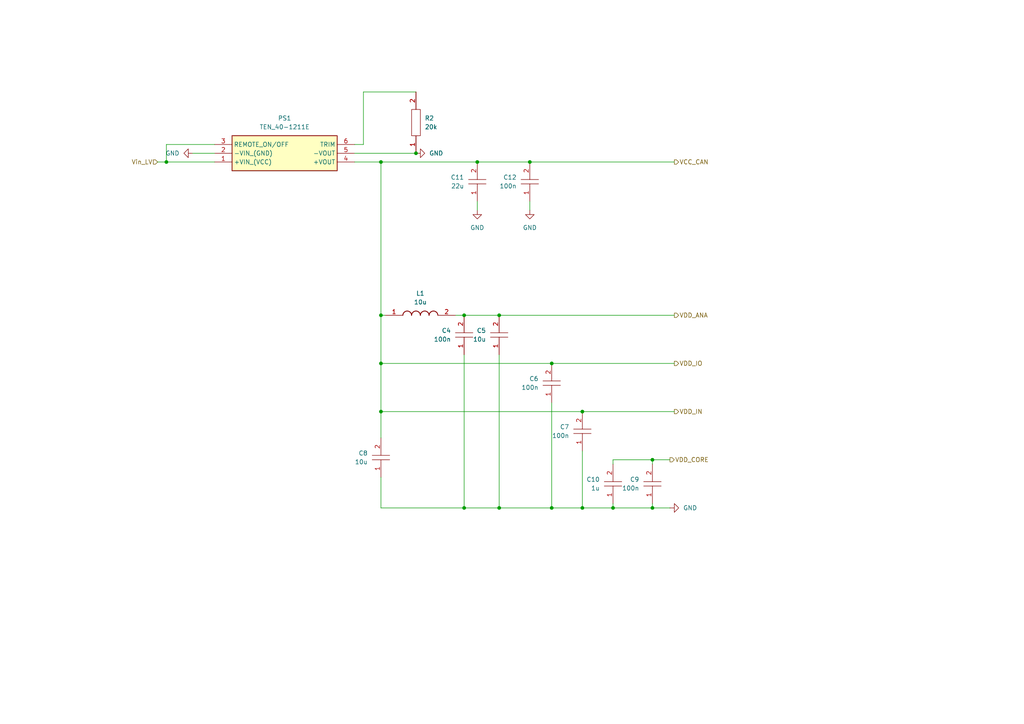
<source format=kicad_sch>
(kicad_sch (version 20231120) (generator "eeschema") (generator_version "8.0")
  (paper "A4")
  (lib_symbols
    (symbol "EPSA_lib:Bobine 7447709102" (pin_names hide)
      (property "Reference" "L" (at 16.51 6.35 0))
      (property "Value" "1000u" (at 16.51 3.81 0))
      (symbol "Bobine 7447709102_1_1"
        (arc (start 7.62 0) (mid 6.35 1.219) (end 5.08 0) (stroke (width 0.254)))
        (arc (start 10.16 0) (mid 8.89 1.219) (end 7.62 0) (stroke (width 0.254)))
        (arc (start 12.7 0) (mid 11.43 1.219) (end 10.16 0) (stroke (width 0.254)))
        (arc (start 15.24 0) (mid 13.97 1.219) (end 12.7 0) (stroke (width 0.254)))
        (pin passive line (at 0 0 0) (length 5.08) (name "1") (number "1"))
        (pin passive line (at 20.32 0 180) (length 5.08) (name "2") (number "2"))
      )
    )
    (symbol "EPSA_lib:Condensateur 0805Y1000104JXT" (pin_names (offset 0.762))
      (property "Reference" "C" (at 3.048 -1.524 0))
      (property "Value" "10u" (at 10.414 -2.286 0))
      (symbol "Condensateur 0805Y1000104JXT_0_1"
        (polyline (pts (xy 5.08 2.54) (xy 5.08 -2.54)) (stroke (width 0.1524)))
        (polyline (pts (xy 6.35 2.54) (xy 6.35 -2.54)) (stroke (width 0.1524)))
      )
      (symbol "Condensateur 0805Y1000104JXT_1_0"
        (pin passive line (at 0 0 0) (length 5.08) (name "~") (number "1"))
        (pin passive line (at 11.43 0 180) (length 5.08) (name "~") (number "2"))
      )
    )
    (symbol "EPSA_lib:Résistance RK73H2BLTDD2152F" (pin_names (offset 0.762))
      (property "Reference" "R" (at 7.62 0 0))
      (property "Value" "10" (at 7.366 2.54 0))
      (symbol "Résistance RK73H2BLTDD2152F_0_1"
        (polyline (pts (xy 5.08 1.27) (xy 12.7 1.27) (xy 12.7 -1.27) (xy 5.08 -1.27) (xy 5.08 1.27)) (stroke (width 0.1524)))
      )
      (symbol "Résistance RK73H2BLTDD2152F_1_0"
        (pin passive line (at 0 0 0) (length 5.08) (name "~") (number "1"))
        (pin passive line (at 17.78 0 180) (length 5.08) (name "~") (number "2"))
      )
    )
    (symbol "TEN 40-1211E:TEN_40-1211E"
      (property "Reference" "PS" (at 36.83 7.62 0))
      (property "Value" "TEN_40-1211E" (at 36.83 5.08 0))
      (symbol "TEN_40-1211E_1_1"
        (rectangle (start 5.08 2.54) (end 35.56 -7.62) (stroke (width 0.254)) (fill (type background)))
        (pin passive line (at 0 -5.08 0) (length 5.08) (name "+VIN_(VCC)") (number "1"))
        (pin passive line (at 0 -2.54 0) (length 5.08) (name "-VIN_(GND)") (number "2"))
        (pin passive line (at 0 0 0) (length 5.08) (name "REMOTE_ON/OFF") (number "3"))
        (pin passive line (at 40.64 -5.08 180) (length 5.08) (name "+VOUT") (number "4"))
        (pin passive line (at 40.64 -2.54 180) (length 5.08) (name "-VOUT") (number "5"))
        (pin passive line (at 40.64 0 180) (length 5.08) (name "TRIM") (number "6"))
      )
    )
    (symbol "power:GND" (power) (pin_numbers hide) (pin_names (offset 0) hide)
      (property "Value" "GND" (at 0 -3.81 0))
      (symbol "GND_0_1"
        (polyline (pts (xy 0 0) (xy 0 -1.27) (xy 1.27 -1.27) (xy 0 -2.54) (xy -1.27 -1.27) (xy 0 -1.27)))
      )
      (symbol "GND_1_1"
        (pin power_in line (at 0 0 270) (length 0) (name "~") (number "1"))
      )
    )
  )
  (junction (at 110.49 105.41))
  (junction (at 160.02 105.41))
  (junction (at 144.78 91.44))
  (junction (at 160.02 147.32))
  (junction (at 134.62 91.44))
  (junction (at 168.91 119.38))
  (junction (at 110.49 46.99))
  (junction (at 189.23 147.32))
  (junction (at 120.65 44.45))
  (junction (at 189.23 133.35))
  (junction (at 110.49 91.44))
  (junction (at 153.67 46.99))
  (junction (at 110.49 119.38))
  (junction (at 144.78 147.32))
  (junction (at 48.26 46.99))
  (junction (at 134.62 147.32))
  (junction (at 168.91 147.32))
  (junction (at 138.43 46.99))
  (junction (at 177.8 147.32))
  (wire (pts (xy 153.67 46.99) (xy 195.58 46.99)))
  (wire (pts (xy 160.02 147.32) (xy 168.91 147.32)))
  (wire (pts (xy 144.78 147.32) (xy 160.02 147.32)))
  (wire (pts (xy 45.72 46.99) (xy 48.26 46.99)))
  (wire (pts (xy 132.08 91.44) (xy 134.62 91.44)))
  (wire (pts (xy 189.23 146.05) (xy 189.23 147.32)))
  (wire (pts (xy 62.23 41.91) (xy 48.26 41.91)))
  (wire (pts (xy 110.49 138.43) (xy 110.49 147.32)))
  (wire (pts (xy 138.43 46.99) (xy 153.67 46.99)))
  (wire (pts (xy 134.62 102.87) (xy 134.62 147.32)))
  (wire (pts (xy 160.02 116.84) (xy 160.02 147.32)))
  (wire (pts (xy 144.78 91.44) (xy 195.58 91.44)))
  (wire (pts (xy 153.67 58.42) (xy 153.67 60.96)))
  (wire (pts (xy 110.49 91.44) (xy 110.49 105.41)))
  (wire (pts (xy 189.23 147.32) (xy 194.31 147.32)))
  (wire (pts (xy 110.49 46.99) (xy 110.49 91.44)))
  (wire (pts (xy 189.23 133.35) (xy 189.23 134.62)))
  (wire (pts (xy 194.31 133.35) (xy 189.23 133.35)))
  (wire (pts (xy 110.49 105.41) (xy 110.49 119.38)))
  (wire (pts (xy 102.87 44.45) (xy 120.65 44.45)))
  (wire (pts (xy 110.49 46.99) (xy 138.43 46.99)))
  (wire (pts (xy 48.26 46.99) (xy 62.23 46.99)))
  (wire (pts (xy 168.91 147.32) (xy 177.8 147.32)))
  (wire (pts (xy 144.78 102.87) (xy 144.78 147.32)))
  (wire (pts (xy 177.8 146.05) (xy 177.8 147.32)))
  (wire (pts (xy 177.8 133.35) (xy 189.23 133.35)))
  (wire (pts (xy 55.88 44.45) (xy 62.23 44.45)))
  (wire (pts (xy 105.41 26.67) (xy 105.41 41.91)))
  (wire (pts (xy 134.62 147.32) (xy 110.49 147.32)))
  (wire (pts (xy 144.78 147.32) (xy 134.62 147.32)))
  (wire (pts (xy 120.65 26.67) (xy 105.41 26.67)))
  (wire (pts (xy 110.49 119.38) (xy 168.91 119.38)))
  (wire (pts (xy 102.87 46.99) (xy 110.49 46.99)))
  (wire (pts (xy 110.49 119.38) (xy 110.49 127)))
  (wire (pts (xy 168.91 130.81) (xy 168.91 147.32)))
  (wire (pts (xy 168.91 119.38) (xy 195.58 119.38)))
  (wire (pts (xy 110.49 91.44) (xy 111.76 91.44)))
  (wire (pts (xy 134.62 91.44) (xy 144.78 91.44)))
  (wire (pts (xy 138.43 58.42) (xy 138.43 60.96)))
  (wire (pts (xy 160.02 105.41) (xy 195.58 105.41)))
  (wire (pts (xy 177.8 134.62) (xy 177.8 133.35)))
  (wire (pts (xy 102.87 41.91) (xy 105.41 41.91)))
  (wire (pts (xy 48.26 41.91) (xy 48.26 46.99)))
  (wire (pts (xy 177.8 147.32) (xy 189.23 147.32)))
  (wire (pts (xy 110.49 105.41) (xy 160.02 105.41)))
  (hierarchical_label "VDD_IO" (shape output) (at 195.58 105.41 0))
  (hierarchical_label "VDD_IN" (shape output) (at 195.58 119.38 0))
  (hierarchical_label "VDD_CORE" (shape output) (at 194.31 133.35 0))
  (hierarchical_label "VCC_CAN" (shape output) (at 195.58 46.99 0))
  (hierarchical_label "Vin_LV" (shape input) (at 45.72 46.99 180))
  (hierarchical_label "VDD_ANA" (shape output) (at 195.58 91.44 0))
  (symbol (lib_id "EPSA_lib:Condensateur 0805Y1000104JXT") (at 144.78 102.87 90) (unit 1)
    (property "Reference" "C5" (at 140.97 95.8849 90) (effects (justify left)))
    (property "Value" "10u" (at 140.97 98.4249 90) (effects (justify left)))
    (property "Footprint" "EPSA_lib:CAPC2012X130N" (effects (hide yes)))
    (property "Datasheet" "http://docs-europe.electrocomponents.com/webdocs/119d/0900766b8119d7bc.pdf" (effects (hide yes)))
    (property "Description" "Syfer 0805 Ceramic Chip Capacitors" (effects (hide yes)))
    (property "Sim.Pins" "1=+ 2=-" (effects (hide yes)))
    (property "Sim.Device" "C" (effects (hide yes)))
    (property "Height" "1.3" (effects (hide yes)))
    (property "Manufacturer_Name" "Syfer" (effects (hide yes)))
    (property "Manufacturer_Part_Number" "0805Y1000104JXT" (effects (hide yes)))
    (property "Render Name" "Condensateur" (effects (hide yes)))
  )
  (symbol (lib_id "TEN 40-1211E:TEN_40-1211E") (at 62.23 41.91 0) (unit 1)
    (property "Reference" "PS1" (at 82.55 34.29 0))
    (property "Value" "TEN_40-1211E" (at 82.55 36.83 0))
    (property "Footprint" "TEN401211E" (effects (hide yes)))
    (property "Datasheet" "https://tracopower.com/ten40e-datasheet/" (effects (hide yes)))
    (property "Description" "40 Watt DC/DC converter, industrial, 2:1 input, cost/quality efficient, 2\"x1\"" (effects (hide yes)))
    (property "Height" "10.7" (effects (hide yes)))
    (property "Mouser Part Number" "495-TEN40-1211E" (effects (hide yes)))
    (property "Mouser Price/Stock" "https://www.mouser.co.uk/ProductDetail/TRACO-Power/TEN-40-1211E?qs=BJlw7L4Cy7%252BvW1BLTrSQJQ%3D%3D" (effects (hide yes)))
    (property "Manufacturer_Name" "Traco Power" (effects (hide yes)))
    (property "Manufacturer_Part_Number" "TEN 40-1211E" (effects (hide yes)))
  )
  (symbol (lib_id "power:GND") (at 55.88 44.45 270) (unit 1)
    (property "Reference" "#PWR05" (effects (hide yes)))
    (property "Value" "GND" (at 52.07 44.4499 90) (effects (justify right)))
    (property "Description" "Power symbol creates a global label with name \"GND\" , ground" (effects (hide yes)))
  )
  (symbol (lib_id "power:GND") (at 153.67 60.96 0) (unit 1)
    (property "Reference" "#PWR013" (effects (hide yes)))
    (property "Value" "GND" (at 153.67 66.04 0))
    (property "Description" "Power symbol creates a global label with name \"GND\" , ground" (effects (hide yes)))
  )
  (symbol (lib_id "EPSA_lib:Condensateur 0805Y1000104JXT") (at 153.67 58.42 90) (unit 1)
    (property "Reference" "C12" (at 149.86 51.4349 90) (effects (justify left)))
    (property "Value" "100n" (at 149.86 53.9749 90) (effects (justify left)))
    (property "Footprint" "EPSA_lib:CAPC2012X130N" (effects (hide yes)))
    (property "Datasheet" "http://docs-europe.electrocomponents.com/webdocs/119d/0900766b8119d7bc.pdf" (effects (hide yes)))
    (property "Description" "Syfer 0805 Ceramic Chip Capacitors" (effects (hide yes)))
    (property "Sim.Pins" "1=+ 2=-" (effects (hide yes)))
    (property "Sim.Device" "C" (effects (hide yes)))
    (property "Height" "1.3" (effects (hide yes)))
    (property "Manufacturer_Name" "Syfer" (effects (hide yes)))
    (property "Manufacturer_Part_Number" "0805Y1000104JXT" (effects (hide yes)))
    (property "Render Name" "Condensateur" (effects (hide yes)))
  )
  (symbol (lib_id "EPSA_lib:Condensateur 0805Y1000104JXT") (at 134.62 102.87 90) (unit 1)
    (property "Reference" "C4" (at 130.81 95.8849 90) (effects (justify left)))
    (property "Value" "100n" (at 130.81 98.4249 90) (effects (justify left)))
    (property "Footprint" "EPSA_lib:CAPC2012X130N" (effects (hide yes)))
    (property "Datasheet" "http://docs-europe.electrocomponents.com/webdocs/119d/0900766b8119d7bc.pdf" (effects (hide yes)))
    (property "Description" "Syfer 0805 Ceramic Chip Capacitors" (effects (hide yes)))
    (property "Sim.Pins" "1=+ 2=-" (effects (hide yes)))
    (property "Sim.Device" "C" (effects (hide yes)))
    (property "Height" "1.3" (effects (hide yes)))
    (property "Manufacturer_Name" "Syfer" (effects (hide yes)))
    (property "Manufacturer_Part_Number" "0805Y1000104JXT" (effects (hide yes)))
    (property "Render Name" "Condensateur" (effects (hide yes)))
  )
  (symbol (lib_id "power:GND") (at 194.31 147.32 90) (unit 1)
    (property "Reference" "#PWR06" (effects (hide yes)))
    (property "Value" "GND" (at 198.12 147.3199 90) (effects (justify right)))
    (property "Description" "Power symbol creates a global label with name \"GND\" , ground" (effects (hide yes)))
  )
  (symbol (lib_id "EPSA_lib:Condensateur 0805Y1000104JXT") (at 189.23 146.05 90) (unit 1)
    (property "Reference" "C9" (at 185.42 139.0649 90) (effects (justify left)))
    (property "Value" "100n" (at 185.42 141.6049 90) (effects (justify left)))
    (property "Footprint" "EPSA_lib:CAPC2012X130N" (effects (hide yes)))
    (property "Datasheet" "http://docs-europe.electrocomponents.com/webdocs/119d/0900766b8119d7bc.pdf" (effects (hide yes)))
    (property "Description" "Syfer 0805 Ceramic Chip Capacitors" (effects (hide yes)))
    (property "Sim.Pins" "1=+ 2=-" (effects (hide yes)))
    (property "Sim.Device" "C" (effects (hide yes)))
    (property "Height" "1.3" (effects (hide yes)))
    (property "Manufacturer_Name" "Syfer" (effects (hide yes)))
    (property "Manufacturer_Part_Number" "0805Y1000104JXT" (effects (hide yes)))
    (property "Render Name" "Condensateur" (effects (hide yes)))
  )
  (symbol (lib_id "EPSA_lib:Bobine 7447709102") (at 111.76 91.44 0) (unit 1)
    (property "Reference" "L1" (at 121.92 85.09 0))
    (property "Value" "10u" (at 121.92 87.63 0))
    (property "Footprint" "WE-PD_1260_1245_1280_121054" (effects (hide yes)))
    (property "Datasheet" "http://componentsearchengine.com/Datasheets/3/7447709102.pdf" (effects (hide yes)))
    (property "Description" "SMD-Shielded Power Inductors WE-PD" (effects (hide yes)))
    (property "Mouser Part Number" "710-7447709102" (effects (hide yes)))
    (property "Mouser Price/Stock" "https://www.mouser.co.uk/ProductDetail/Wurth-Elektronik/7447709102?qs=E%2F%2FhvbtCqpMi3VpSUpMneA%3D%3D" (effects (hide yes)))
    (property "Manufacturer_Name" "Wurth Elektronik" (effects (hide yes)))
    (property "Manufacturer_Part_Number" "7447709102" (effects (hide yes)))
  )
  (symbol (lib_id "EPSA_lib:Condensateur 0805Y1000104JXT") (at 138.43 58.42 90) (unit 1)
    (property "Reference" "C11" (at 134.62 51.4349 90) (effects (justify left)))
    (property "Value" "22u" (at 134.62 53.9749 90) (effects (justify left)))
    (property "Footprint" "EPSA_lib:CAPC2012X130N" (effects (hide yes)))
    (property "Datasheet" "http://docs-europe.electrocomponents.com/webdocs/119d/0900766b8119d7bc.pdf" (effects (hide yes)))
    (property "Description" "Syfer 0805 Ceramic Chip Capacitors" (effects (hide yes)))
    (property "Sim.Pins" "1=+ 2=-" (effects (hide yes)))
    (property "Sim.Device" "C" (effects (hide yes)))
    (property "Height" "1.3" (effects (hide yes)))
    (property "Manufacturer_Name" "Syfer" (effects (hide yes)))
    (property "Manufacturer_Part_Number" "0805Y1000104JXT" (effects (hide yes)))
    (property "Render Name" "Condensateur" (effects (hide yes)))
  )
  (symbol (lib_id "EPSA_lib:Condensateur 0805Y1000104JXT") (at 160.02 116.84 90) (unit 1)
    (property "Reference" "C6" (at 156.21 109.8549 90) (effects (justify left)))
    (property "Value" "100n" (at 156.21 112.3949 90) (effects (justify left)))
    (property "Footprint" "EPSA_lib:CAPC2012X130N" (effects (hide yes)))
    (property "Datasheet" "http://docs-europe.electrocomponents.com/webdocs/119d/0900766b8119d7bc.pdf" (effects (hide yes)))
    (property "Description" "Syfer 0805 Ceramic Chip Capacitors" (effects (hide yes)))
    (property "Sim.Pins" "1=+ 2=-" (effects (hide yes)))
    (property "Sim.Device" "C" (effects (hide yes)))
    (property "Height" "1.3" (effects (hide yes)))
    (property "Manufacturer_Name" "Syfer" (effects (hide yes)))
    (property "Manufacturer_Part_Number" "0805Y1000104JXT" (effects (hide yes)))
    (property "Render Name" "Condensateur" (effects (hide yes)))
  )
  (symbol (lib_id "power:GND") (at 120.65 44.45 90) (unit 1)
    (property "Reference" "#PWR018" (effects (hide yes)))
    (property "Value" "GND" (at 124.46 44.4499 90) (effects (justify right)))
    (property "Description" "Power symbol creates a global label with name \"GND\" , ground" (effects (hide yes)))
  )
  (symbol (lib_id "EPSA_lib:Condensateur 0805Y1000104JXT") (at 177.8 146.05 90) (unit 1)
    (property "Reference" "C10" (at 173.99 139.0649 90) (effects (justify left)))
    (property "Value" "1u" (at 173.99 141.6049 90) (effects (justify left)))
    (property "Footprint" "EPSA_lib:CAPC2012X130N" (effects (hide yes)))
    (property "Datasheet" "http://docs-europe.electrocomponents.com/webdocs/119d/0900766b8119d7bc.pdf" (effects (hide yes)))
    (property "Description" "Syfer 0805 Ceramic Chip Capacitors" (effects (hide yes)))
    (property "Sim.Pins" "1=+ 2=-" (effects (hide yes)))
    (property "Sim.Device" "C" (effects (hide yes)))
    (property "Height" "1.3" (effects (hide yes)))
    (property "Manufacturer_Name" "Syfer" (effects (hide yes)))
    (property "Manufacturer_Part_Number" "0805Y1000104JXT" (effects (hide yes)))
    (property "Render Name" "Condensateur" (effects (hide yes)))
  )
  (symbol (lib_id "EPSA_lib:Résistance RK73H2BLTDD2152F") (at 120.65 44.45 90) (unit 1)
    (property "Reference" "R2" (at 123.19 34.2899 90) (effects (justify right)))
    (property "Value" "20k" (at 123.19 36.8299 90) (effects (justify right)))
    (property "Footprint" "EPSA_lib:RESC3216X70N" (effects (hide yes)))
    (property "Datasheet" "http://www.koaspeer.com/catimages/Products/RK73H/RK73H.pdf" (effects (hide yes)))
    (property "Description" "Thick Film Resistors - SMD" (effects (hide yes)))
    (property "Sim.Pins" "1=+ 2=-" (effects (hide yes)))
    (property "Sim.Device" "R" (effects (hide yes)))
    (property "Height" "0.7" (effects (hide yes)))
    (property "Manufacturer_Name" "KOA Speer" (effects (hide yes)))
    (property "Manufacturer_Part_Number" "RK73H2BLTDD2152F" (effects (hide yes)))
    (property "Mouser Part Number" "N/A" (effects (hide yes)))
    (property "Mouser Price/Stock" "https://www.mouser.co.uk/ProductDetail/KOA-Speer/RK73H2BLTDD2152F?qs=WeIALVmW3zmyxMFsjVzMRw%3D%3D" (effects (hide yes)))
    (property "Render Name" "Résistance" (effects (hide yes)))
  )
  (symbol (lib_id "EPSA_lib:Condensateur 0805Y1000104JXT") (at 168.91 130.81 90) (unit 1)
    (property "Reference" "C7" (at 165.1 123.8249 90) (effects (justify left)))
    (property "Value" "100n" (at 165.1 126.3649 90) (effects (justify left)))
    (property "Footprint" "EPSA_lib:CAPC2012X130N" (effects (hide yes)))
    (property "Datasheet" "http://docs-europe.electrocomponents.com/webdocs/119d/0900766b8119d7bc.pdf" (effects (hide yes)))
    (property "Description" "Syfer 0805 Ceramic Chip Capacitors" (effects (hide yes)))
    (property "Sim.Pins" "1=+ 2=-" (effects (hide yes)))
    (property "Sim.Device" "C" (effects (hide yes)))
    (property "Height" "1.3" (effects (hide yes)))
    (property "Manufacturer_Name" "Syfer" (effects (hide yes)))
    (property "Manufacturer_Part_Number" "0805Y1000104JXT" (effects (hide yes)))
    (property "Render Name" "Condensateur" (effects (hide yes)))
  )
  (symbol (lib_id "EPSA_lib:Condensateur 0805Y1000104JXT") (at 110.49 138.43 90) (unit 1)
    (property "Reference" "C8" (at 106.68 131.4449 90) (effects (justify left)))
    (property "Value" "10u" (at 106.68 133.9849 90) (effects (justify left)))
    (property "Footprint" "EPSA_lib:CAPC2012X130N" (effects (hide yes)))
    (property "Datasheet" "http://docs-europe.electrocomponents.com/webdocs/119d/0900766b8119d7bc.pdf" (effects (hide yes)))
    (property "Description" "Syfer 0805 Ceramic Chip Capacitors" (effects (hide yes)))
    (property "Sim.Pins" "1=+ 2=-" (effects (hide yes)))
    (property "Sim.Device" "C" (effects (hide yes)))
    (property "Height" "1.3" (effects (hide yes)))
    (property "Manufacturer_Name" "Syfer" (effects (hide yes)))
    (property "Manufacturer_Part_Number" "0805Y1000104JXT" (effects (hide yes)))
    (property "Render Name" "Condensateur" (effects (hide yes)))
  )
  (symbol (lib_id "power:GND") (at 138.43 60.96 0) (unit 1)
    (property "Reference" "#PWR012" (effects (hide yes)))
    (property "Value" "GND" (at 138.43 66.04 0))
    (property "Description" "Power symbol creates a global label with name \"GND\" , ground" (effects (hide yes)))
  )
)
</source>
